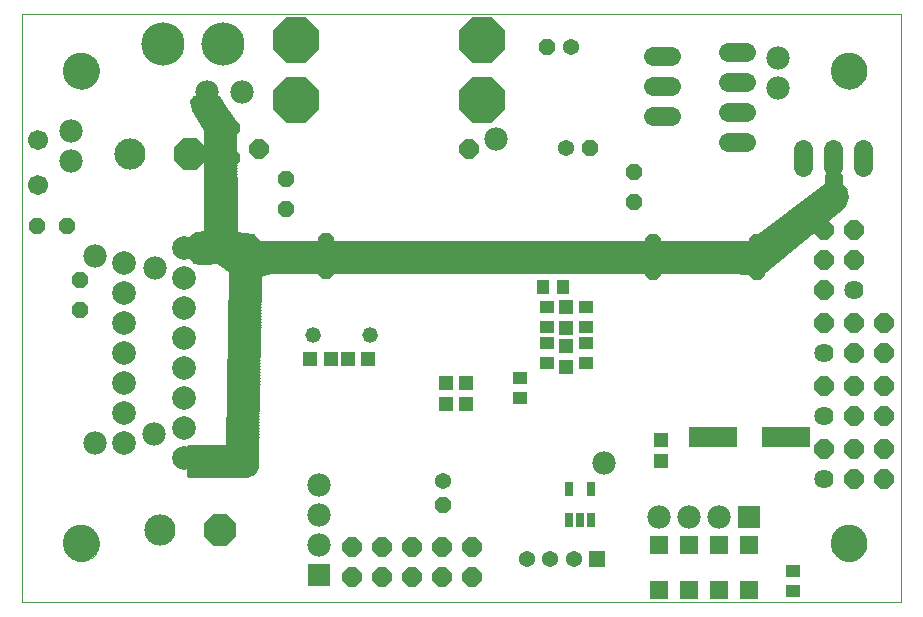
<source format=gbs>
G75*
%MOIN*%
%OFA0B0*%
%FSLAX24Y24*%
%IPPOS*%
%LPD*%
%AMOC8*
5,1,8,0,0,1.08239X$1,22.5*
%
%ADD10C,0.0000*%
%ADD11C,0.0100*%
%ADD12C,0.0520*%
%ADD13R,0.0453X0.0465*%
%ADD14OC8,0.0540*%
%ADD15C,0.0540*%
%ADD16C,0.1221*%
%ADD17C,0.1040*%
%ADD18OC8,0.1040*%
%ADD19OC8,0.0640*%
%ADD20R,0.0434X0.0473*%
%ADD21OC8,0.1540*%
%ADD22C,0.0640*%
%ADD23C,0.0780*%
%ADD24C,0.0640*%
%ADD25R,0.0465X0.0453*%
%ADD26R,0.0473X0.0434*%
%ADD27R,0.0780X0.0780*%
%ADD28OC8,0.0520*%
%ADD29R,0.0591X0.0591*%
%ADD30R,0.0540X0.0540*%
%ADD31C,0.0788*%
%ADD32R,0.0257X0.0512*%
%ADD33C,0.0670*%
%ADD34C,0.1440*%
%ADD35R,0.1615X0.0670*%
D10*
X000150Y004729D02*
X000150Y024329D01*
X029450Y024329D01*
X029450Y004729D01*
X000150Y004729D01*
X001528Y006697D02*
X001530Y006745D01*
X001536Y006793D01*
X001546Y006840D01*
X001559Y006886D01*
X001577Y006931D01*
X001597Y006975D01*
X001622Y007017D01*
X001650Y007056D01*
X001680Y007093D01*
X001714Y007127D01*
X001751Y007159D01*
X001789Y007188D01*
X001830Y007213D01*
X001873Y007235D01*
X001918Y007253D01*
X001964Y007267D01*
X002011Y007278D01*
X002059Y007285D01*
X002107Y007288D01*
X002155Y007287D01*
X002203Y007282D01*
X002251Y007273D01*
X002297Y007261D01*
X002342Y007244D01*
X002386Y007224D01*
X002428Y007201D01*
X002468Y007174D01*
X002506Y007144D01*
X002541Y007111D01*
X002573Y007075D01*
X002603Y007037D01*
X002629Y006996D01*
X002651Y006953D01*
X002671Y006909D01*
X002686Y006864D01*
X002698Y006817D01*
X002706Y006769D01*
X002710Y006721D01*
X002710Y006673D01*
X002706Y006625D01*
X002698Y006577D01*
X002686Y006530D01*
X002671Y006485D01*
X002651Y006441D01*
X002629Y006398D01*
X002603Y006357D01*
X002573Y006319D01*
X002541Y006283D01*
X002506Y006250D01*
X002468Y006220D01*
X002428Y006193D01*
X002386Y006170D01*
X002342Y006150D01*
X002297Y006133D01*
X002251Y006121D01*
X002203Y006112D01*
X002155Y006107D01*
X002107Y006106D01*
X002059Y006109D01*
X002011Y006116D01*
X001964Y006127D01*
X001918Y006141D01*
X001873Y006159D01*
X001830Y006181D01*
X001789Y006206D01*
X001751Y006235D01*
X001714Y006267D01*
X001680Y006301D01*
X001650Y006338D01*
X001622Y006377D01*
X001597Y006419D01*
X001577Y006463D01*
X001559Y006508D01*
X001546Y006554D01*
X001536Y006601D01*
X001530Y006649D01*
X001528Y006697D01*
X001528Y022445D02*
X001530Y022493D01*
X001536Y022541D01*
X001546Y022588D01*
X001559Y022634D01*
X001577Y022679D01*
X001597Y022723D01*
X001622Y022765D01*
X001650Y022804D01*
X001680Y022841D01*
X001714Y022875D01*
X001751Y022907D01*
X001789Y022936D01*
X001830Y022961D01*
X001873Y022983D01*
X001918Y023001D01*
X001964Y023015D01*
X002011Y023026D01*
X002059Y023033D01*
X002107Y023036D01*
X002155Y023035D01*
X002203Y023030D01*
X002251Y023021D01*
X002297Y023009D01*
X002342Y022992D01*
X002386Y022972D01*
X002428Y022949D01*
X002468Y022922D01*
X002506Y022892D01*
X002541Y022859D01*
X002573Y022823D01*
X002603Y022785D01*
X002629Y022744D01*
X002651Y022701D01*
X002671Y022657D01*
X002686Y022612D01*
X002698Y022565D01*
X002706Y022517D01*
X002710Y022469D01*
X002710Y022421D01*
X002706Y022373D01*
X002698Y022325D01*
X002686Y022278D01*
X002671Y022233D01*
X002651Y022189D01*
X002629Y022146D01*
X002603Y022105D01*
X002573Y022067D01*
X002541Y022031D01*
X002506Y021998D01*
X002468Y021968D01*
X002428Y021941D01*
X002386Y021918D01*
X002342Y021898D01*
X002297Y021881D01*
X002251Y021869D01*
X002203Y021860D01*
X002155Y021855D01*
X002107Y021854D01*
X002059Y021857D01*
X002011Y021864D01*
X001964Y021875D01*
X001918Y021889D01*
X001873Y021907D01*
X001830Y021929D01*
X001789Y021954D01*
X001751Y021983D01*
X001714Y022015D01*
X001680Y022049D01*
X001650Y022086D01*
X001622Y022125D01*
X001597Y022167D01*
X001577Y022211D01*
X001559Y022256D01*
X001546Y022302D01*
X001536Y022349D01*
X001530Y022397D01*
X001528Y022445D01*
X027118Y022445D02*
X027120Y022493D01*
X027126Y022541D01*
X027136Y022588D01*
X027149Y022634D01*
X027167Y022679D01*
X027187Y022723D01*
X027212Y022765D01*
X027240Y022804D01*
X027270Y022841D01*
X027304Y022875D01*
X027341Y022907D01*
X027379Y022936D01*
X027420Y022961D01*
X027463Y022983D01*
X027508Y023001D01*
X027554Y023015D01*
X027601Y023026D01*
X027649Y023033D01*
X027697Y023036D01*
X027745Y023035D01*
X027793Y023030D01*
X027841Y023021D01*
X027887Y023009D01*
X027932Y022992D01*
X027976Y022972D01*
X028018Y022949D01*
X028058Y022922D01*
X028096Y022892D01*
X028131Y022859D01*
X028163Y022823D01*
X028193Y022785D01*
X028219Y022744D01*
X028241Y022701D01*
X028261Y022657D01*
X028276Y022612D01*
X028288Y022565D01*
X028296Y022517D01*
X028300Y022469D01*
X028300Y022421D01*
X028296Y022373D01*
X028288Y022325D01*
X028276Y022278D01*
X028261Y022233D01*
X028241Y022189D01*
X028219Y022146D01*
X028193Y022105D01*
X028163Y022067D01*
X028131Y022031D01*
X028096Y021998D01*
X028058Y021968D01*
X028018Y021941D01*
X027976Y021918D01*
X027932Y021898D01*
X027887Y021881D01*
X027841Y021869D01*
X027793Y021860D01*
X027745Y021855D01*
X027697Y021854D01*
X027649Y021857D01*
X027601Y021864D01*
X027554Y021875D01*
X027508Y021889D01*
X027463Y021907D01*
X027420Y021929D01*
X027379Y021954D01*
X027341Y021983D01*
X027304Y022015D01*
X027270Y022049D01*
X027240Y022086D01*
X027212Y022125D01*
X027187Y022167D01*
X027167Y022211D01*
X027149Y022256D01*
X027136Y022302D01*
X027126Y022349D01*
X027120Y022397D01*
X027118Y022445D01*
X027118Y006697D02*
X027120Y006745D01*
X027126Y006793D01*
X027136Y006840D01*
X027149Y006886D01*
X027167Y006931D01*
X027187Y006975D01*
X027212Y007017D01*
X027240Y007056D01*
X027270Y007093D01*
X027304Y007127D01*
X027341Y007159D01*
X027379Y007188D01*
X027420Y007213D01*
X027463Y007235D01*
X027508Y007253D01*
X027554Y007267D01*
X027601Y007278D01*
X027649Y007285D01*
X027697Y007288D01*
X027745Y007287D01*
X027793Y007282D01*
X027841Y007273D01*
X027887Y007261D01*
X027932Y007244D01*
X027976Y007224D01*
X028018Y007201D01*
X028058Y007174D01*
X028096Y007144D01*
X028131Y007111D01*
X028163Y007075D01*
X028193Y007037D01*
X028219Y006996D01*
X028241Y006953D01*
X028261Y006909D01*
X028276Y006864D01*
X028288Y006817D01*
X028296Y006769D01*
X028300Y006721D01*
X028300Y006673D01*
X028296Y006625D01*
X028288Y006577D01*
X028276Y006530D01*
X028261Y006485D01*
X028241Y006441D01*
X028219Y006398D01*
X028193Y006357D01*
X028163Y006319D01*
X028131Y006283D01*
X028096Y006250D01*
X028058Y006220D01*
X028018Y006193D01*
X027976Y006170D01*
X027932Y006150D01*
X027887Y006133D01*
X027841Y006121D01*
X027793Y006112D01*
X027745Y006107D01*
X027697Y006106D01*
X027649Y006109D01*
X027601Y006116D01*
X027554Y006127D01*
X027508Y006141D01*
X027463Y006159D01*
X027420Y006181D01*
X027379Y006206D01*
X027341Y006235D01*
X027304Y006267D01*
X027270Y006301D01*
X027240Y006338D01*
X027212Y006377D01*
X027187Y006419D01*
X027167Y006463D01*
X027149Y006508D01*
X027136Y006554D01*
X027126Y006601D01*
X027120Y006649D01*
X027118Y006697D01*
D11*
X024800Y015679D02*
X023850Y015729D01*
X008450Y015729D01*
X008100Y015629D01*
X008000Y010179D01*
X008000Y009229D01*
X007900Y009029D01*
X007650Y008929D01*
X005700Y008929D01*
X005700Y009929D01*
X007000Y009929D01*
X007100Y015779D01*
X006650Y016079D01*
X006300Y016029D01*
X006050Y016029D01*
X005900Y016079D01*
X005750Y016229D01*
X005850Y016329D01*
X005900Y016479D01*
X005900Y016679D01*
X005750Y016879D01*
X005800Y016929D01*
X005950Y017029D01*
X006250Y017079D01*
X006250Y020479D01*
X005850Y021129D01*
X005800Y021429D01*
X005900Y021579D01*
X006250Y021379D01*
X006450Y021329D01*
X006700Y021579D01*
X007250Y020729D01*
X007300Y017029D01*
X007850Y016979D01*
X008050Y016729D01*
X024400Y016729D01*
X026950Y018679D01*
X026950Y018979D01*
X027450Y018979D01*
X027450Y018629D01*
X027600Y018529D01*
X027650Y018229D01*
X027550Y017929D01*
X024800Y015679D01*
X024900Y015761D02*
X007100Y015761D01*
X007098Y015662D02*
X008217Y015662D01*
X008099Y015564D02*
X007096Y015564D01*
X007095Y015465D02*
X008097Y015465D01*
X008095Y015367D02*
X007093Y015367D01*
X007091Y015268D02*
X008093Y015268D01*
X008092Y015170D02*
X007090Y015170D01*
X007088Y015071D02*
X008090Y015071D01*
X008088Y014973D02*
X007086Y014973D01*
X007085Y014874D02*
X008086Y014874D01*
X008084Y014776D02*
X007083Y014776D01*
X007081Y014677D02*
X008083Y014677D01*
X008081Y014579D02*
X007079Y014579D01*
X007078Y014480D02*
X008079Y014480D01*
X008077Y014382D02*
X007076Y014382D01*
X007074Y014283D02*
X008075Y014283D01*
X008074Y014185D02*
X007073Y014185D01*
X007071Y014086D02*
X008072Y014086D01*
X008070Y013988D02*
X007069Y013988D01*
X007068Y013889D02*
X008068Y013889D01*
X008066Y013791D02*
X007066Y013791D01*
X007064Y013692D02*
X008064Y013692D01*
X008063Y013594D02*
X007063Y013594D01*
X007061Y013495D02*
X008061Y013495D01*
X008059Y013397D02*
X007059Y013397D01*
X007058Y013298D02*
X008057Y013298D01*
X008055Y013200D02*
X007056Y013200D01*
X007054Y013101D02*
X008054Y013101D01*
X008052Y013003D02*
X007053Y013003D01*
X007051Y012904D02*
X008050Y012904D01*
X008048Y012806D02*
X007049Y012806D01*
X007047Y012707D02*
X008046Y012707D01*
X008045Y012609D02*
X007046Y012609D01*
X007044Y012510D02*
X008043Y012510D01*
X008041Y012412D02*
X007042Y012412D01*
X007041Y012313D02*
X008039Y012313D01*
X008037Y012215D02*
X007039Y012215D01*
X007037Y012116D02*
X008036Y012116D01*
X008034Y012018D02*
X007036Y012018D01*
X007034Y011919D02*
X008032Y011919D01*
X008030Y011821D02*
X007032Y011821D01*
X007031Y011722D02*
X008028Y011722D01*
X008027Y011624D02*
X007029Y011624D01*
X007027Y011525D02*
X008025Y011525D01*
X008023Y011427D02*
X007026Y011427D01*
X007024Y011328D02*
X008021Y011328D01*
X008019Y011230D02*
X007022Y011230D01*
X007021Y011131D02*
X008017Y011131D01*
X008016Y011033D02*
X007019Y011033D01*
X007017Y010934D02*
X008014Y010934D01*
X008012Y010836D02*
X007016Y010836D01*
X007014Y010737D02*
X008010Y010737D01*
X008008Y010639D02*
X007012Y010639D01*
X007010Y010540D02*
X008007Y010540D01*
X008005Y010442D02*
X007009Y010442D01*
X007007Y010343D02*
X008003Y010343D01*
X008001Y010245D02*
X007005Y010245D01*
X007004Y010146D02*
X008000Y010146D01*
X008000Y010048D02*
X007002Y010048D01*
X007000Y009949D02*
X008000Y009949D01*
X008000Y009851D02*
X005700Y009851D01*
X005700Y009752D02*
X008000Y009752D01*
X008000Y009654D02*
X005700Y009654D01*
X005700Y009555D02*
X008000Y009555D01*
X008000Y009457D02*
X005700Y009457D01*
X005700Y009358D02*
X008000Y009358D01*
X008000Y009260D02*
X005700Y009260D01*
X005700Y009161D02*
X007966Y009161D01*
X007917Y009063D02*
X005700Y009063D01*
X005700Y008964D02*
X007739Y008964D01*
X006979Y015859D02*
X025021Y015859D01*
X025141Y015958D02*
X006831Y015958D01*
X006684Y016056D02*
X025261Y016056D01*
X025382Y016155D02*
X005824Y016155D01*
X005775Y016253D02*
X025502Y016253D01*
X025623Y016352D02*
X005858Y016352D01*
X005891Y016450D02*
X025743Y016450D01*
X025863Y016549D02*
X005900Y016549D01*
X005900Y016647D02*
X025984Y016647D01*
X026104Y016746D02*
X024422Y016746D01*
X024551Y016844D02*
X026225Y016844D01*
X026345Y016943D02*
X024680Y016943D01*
X024809Y017041D02*
X026465Y017041D01*
X026586Y017140D02*
X024938Y017140D01*
X025066Y017238D02*
X026706Y017238D01*
X026826Y017337D02*
X025195Y017337D01*
X025324Y017435D02*
X026947Y017435D01*
X027067Y017534D02*
X025453Y017534D01*
X025582Y017632D02*
X027188Y017632D01*
X027308Y017731D02*
X025710Y017731D01*
X025839Y017829D02*
X027428Y017829D01*
X027549Y017928D02*
X025968Y017928D01*
X026097Y018026D02*
X027583Y018026D01*
X027615Y018125D02*
X026226Y018125D01*
X026354Y018223D02*
X027648Y018223D01*
X027634Y018322D02*
X026483Y018322D01*
X026612Y018420D02*
X027618Y018420D01*
X027602Y018519D02*
X026741Y018519D01*
X026870Y018617D02*
X027467Y018617D01*
X027450Y018716D02*
X026950Y018716D01*
X026950Y018814D02*
X027450Y018814D01*
X027450Y018913D02*
X026950Y018913D01*
X008036Y016746D02*
X005850Y016746D01*
X005776Y016844D02*
X007958Y016844D01*
X007879Y016943D02*
X005821Y016943D01*
X006025Y017041D02*
X007300Y017041D01*
X007299Y017140D02*
X006250Y017140D01*
X006250Y017238D02*
X007297Y017238D01*
X007296Y017337D02*
X006250Y017337D01*
X006250Y017435D02*
X007295Y017435D01*
X007293Y017534D02*
X006250Y017534D01*
X006250Y017632D02*
X007292Y017632D01*
X007291Y017731D02*
X006250Y017731D01*
X006250Y017829D02*
X007289Y017829D01*
X007288Y017928D02*
X006250Y017928D01*
X006250Y018026D02*
X007287Y018026D01*
X007285Y018125D02*
X006250Y018125D01*
X006250Y018223D02*
X007284Y018223D01*
X007283Y018322D02*
X006250Y018322D01*
X006250Y018420D02*
X007281Y018420D01*
X007280Y018519D02*
X006250Y018519D01*
X006250Y018617D02*
X007279Y018617D01*
X007277Y018716D02*
X006250Y018716D01*
X006250Y018814D02*
X007276Y018814D01*
X007275Y018913D02*
X006250Y018913D01*
X006250Y019011D02*
X007273Y019011D01*
X007272Y019110D02*
X006250Y019110D01*
X006250Y019208D02*
X007271Y019208D01*
X007269Y019307D02*
X006250Y019307D01*
X006250Y019405D02*
X007268Y019405D01*
X007267Y019504D02*
X006250Y019504D01*
X006250Y019602D02*
X007265Y019602D01*
X007264Y019701D02*
X006250Y019701D01*
X006250Y019799D02*
X007263Y019799D01*
X007261Y019898D02*
X006250Y019898D01*
X006250Y019996D02*
X007260Y019996D01*
X007259Y020095D02*
X006250Y020095D01*
X006250Y020193D02*
X007257Y020193D01*
X007256Y020292D02*
X006250Y020292D01*
X006250Y020390D02*
X007255Y020390D01*
X007253Y020489D02*
X006244Y020489D01*
X006183Y020587D02*
X007252Y020587D01*
X007251Y020686D02*
X006123Y020686D01*
X006062Y020784D02*
X007214Y020784D01*
X007150Y020883D02*
X006001Y020883D01*
X005941Y020981D02*
X007087Y020981D01*
X007023Y021080D02*
X005880Y021080D01*
X005842Y021178D02*
X006959Y021178D01*
X006895Y021277D02*
X005825Y021277D01*
X005809Y021375D02*
X006264Y021375D01*
X006084Y021474D02*
X005830Y021474D01*
X005896Y021572D02*
X005911Y021572D01*
X006497Y021375D02*
X006832Y021375D01*
X006768Y021474D02*
X006595Y021474D01*
X006694Y021572D02*
X006704Y021572D01*
X006493Y016056D02*
X005967Y016056D01*
D12*
X009850Y013629D03*
X011750Y013629D03*
D13*
X011694Y012829D03*
X011006Y012829D03*
X010444Y012829D03*
X009756Y012829D03*
D14*
X014200Y007979D03*
X019100Y019879D03*
X017650Y023229D03*
D15*
X018450Y023229D03*
X018300Y019879D03*
X014200Y008779D03*
X016969Y006179D03*
X017756Y006179D03*
X018544Y006179D03*
D16*
X027709Y006697D03*
X027709Y022445D03*
X002119Y022445D03*
X002119Y006697D03*
D17*
X004750Y007129D03*
X003750Y019679D03*
D18*
X005750Y019679D03*
X006750Y007129D03*
D19*
X011150Y006579D03*
X012150Y006579D03*
X013150Y006579D03*
X014150Y006579D03*
X015150Y006579D03*
X015150Y005579D03*
X014150Y005579D03*
X013150Y005579D03*
X012150Y005579D03*
X011150Y005579D03*
X026900Y009829D03*
X027900Y009829D03*
X028900Y009829D03*
X028900Y008829D03*
X027900Y008829D03*
X027900Y010929D03*
X028900Y010929D03*
X028900Y011929D03*
X027900Y011929D03*
X026900Y011929D03*
X027900Y013029D03*
X028900Y013029D03*
X028900Y014029D03*
X027900Y014029D03*
X026900Y014029D03*
X026900Y015129D03*
X026900Y016129D03*
X027900Y016129D03*
X027900Y017129D03*
X026900Y017129D03*
X015050Y019829D03*
X008050Y019829D03*
D20*
X017515Y015229D03*
X018185Y015229D03*
D21*
X015500Y021479D03*
X015500Y023479D03*
X009300Y023479D03*
X009300Y021479D03*
D22*
X021200Y021929D02*
X021800Y021929D01*
X021800Y022929D02*
X021200Y022929D01*
X021200Y020929D02*
X021800Y020929D01*
X023700Y021079D02*
X024300Y021079D01*
X024300Y022079D02*
X023700Y022079D01*
X023700Y023079D02*
X024300Y023079D01*
X024300Y020079D02*
X023700Y020079D01*
X026200Y019829D02*
X026200Y019229D01*
X027200Y019229D02*
X027200Y019829D01*
X028200Y019829D02*
X028200Y019229D01*
D23*
X025350Y021879D03*
X025350Y022879D03*
X015950Y020179D03*
X015650Y016229D03*
X019550Y009379D03*
X021400Y007579D03*
X022400Y007579D03*
X023400Y007579D03*
X010050Y007629D03*
X010050Y008629D03*
X010050Y006629D03*
X007500Y009429D03*
X004550Y010329D03*
X002600Y010029D03*
X004600Y015879D03*
X002600Y016279D03*
X001800Y019429D03*
X001800Y020429D03*
X006330Y021729D03*
X007470Y021729D03*
X006650Y016579D03*
D24*
X026900Y013029D03*
X027900Y015129D03*
X026900Y010929D03*
X026900Y008829D03*
D25*
X021450Y009434D03*
X021450Y010123D03*
X018300Y012584D03*
X018300Y013273D03*
X018300Y013884D03*
X018300Y014573D03*
X014950Y012023D03*
X014300Y012023D03*
X014300Y011334D03*
X014950Y011334D03*
D26*
X016750Y011544D03*
X016750Y012213D03*
X017650Y012694D03*
X017650Y013363D03*
X017650Y013894D03*
X017650Y014563D03*
X018950Y014563D03*
X018950Y013894D03*
X018950Y013363D03*
X018950Y012694D03*
X025850Y005763D03*
X025850Y005094D03*
D27*
X024400Y007579D03*
X010050Y005629D03*
D28*
X002100Y014479D03*
X002100Y015479D03*
X001650Y017279D03*
X000650Y017279D03*
X007150Y019529D03*
X007150Y020529D03*
X008950Y018829D03*
X008950Y017829D03*
X010300Y016779D03*
X010300Y015779D03*
X020550Y018079D03*
X020550Y019079D03*
X021200Y016729D03*
X021200Y015729D03*
X024650Y015729D03*
X024650Y016729D03*
D29*
X024400Y006627D03*
X023400Y006627D03*
X022400Y006627D03*
X021400Y006627D03*
X021400Y005131D03*
X022400Y005131D03*
X023400Y005131D03*
X024400Y005131D03*
D30*
X019331Y006179D03*
D31*
X005541Y009552D03*
X005541Y010552D03*
X005541Y011552D03*
X005541Y012552D03*
X005541Y013552D03*
X005541Y014552D03*
X005541Y015552D03*
X005541Y016552D03*
X003541Y016052D03*
X003541Y015052D03*
X003541Y014052D03*
X003541Y013052D03*
X003541Y012052D03*
X003541Y011052D03*
X003541Y010052D03*
D32*
X018376Y008491D03*
X019124Y008491D03*
X019124Y007467D03*
X018750Y007467D03*
X018376Y007467D03*
D33*
X000700Y018629D03*
X000700Y020129D03*
D34*
X004850Y023329D03*
X006850Y023329D03*
D35*
X023199Y010229D03*
X025601Y010229D03*
M02*

</source>
